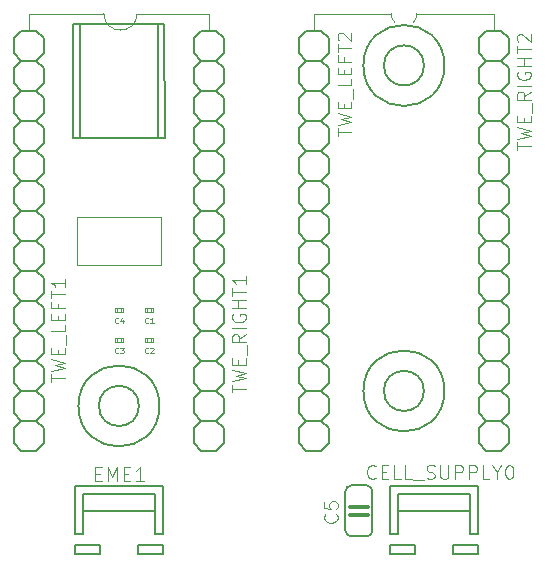
<source format=gbr>
%TF.GenerationSoftware,KiCad,Pcbnew,7.0.1*%
%TF.CreationDate,2023-09-17T13:04:26+09:00*%
%TF.ProjectId,remote emergency switch,72656d6f-7465-4206-956d-657267656e63,rev?*%
%TF.SameCoordinates,Original*%
%TF.FileFunction,Legend,Top*%
%TF.FilePolarity,Positive*%
%FSLAX46Y46*%
G04 Gerber Fmt 4.6, Leading zero omitted, Abs format (unit mm)*
G04 Created by KiCad (PCBNEW 7.0.1) date 2023-09-17 13:04:26*
%MOMM*%
%LPD*%
G01*
G04 APERTURE LIST*
%ADD10C,0.100000*%
%ADD11C,0.150000*%
%ADD12C,0.036800*%
%ADD13C,0.093472*%
%ADD14C,0.114300*%
%ADD15C,0.203200*%
%ADD16C,0.152400*%
%ADD17C,0.050000*%
%ADD18C,0.127000*%
%ADD19C,0.076200*%
%ADD20C,0.304800*%
G04 APERTURE END LIST*
D10*
X159020356Y-81300000D02*
G75*
G03*
X159342434Y-82077566I1099644J0D01*
G01*
X160880746Y-82070746D02*
G75*
G03*
X161200000Y-81300000I-770746J770746D01*
G01*
X128346100Y-82773600D02*
X128346100Y-81300000D01*
X134700000Y-81300000D02*
G75*
G03*
X137500000Y-81300000I1400000J0D01*
G01*
X143586100Y-81300000D02*
X137500000Y-81300000D01*
X167716100Y-82773600D02*
X167716100Y-81300000D01*
X152476100Y-82773600D02*
X152476100Y-81300000D01*
X128346100Y-81300000D02*
X134700000Y-81300000D01*
X152476100Y-81300000D02*
X159000000Y-81300000D01*
X143586100Y-82773600D02*
X143586100Y-81300000D01*
X167716100Y-81300000D02*
X161200000Y-81300000D01*
D11*
%TO.C,*%
D12*
%TO.C,C3*%
X135917571Y-110020270D02*
X135895514Y-110042328D01*
X135895514Y-110042328D02*
X135829342Y-110064385D01*
X135829342Y-110064385D02*
X135785228Y-110064385D01*
X135785228Y-110064385D02*
X135719057Y-110042328D01*
X135719057Y-110042328D02*
X135674942Y-109998213D01*
X135674942Y-109998213D02*
X135652885Y-109954099D01*
X135652885Y-109954099D02*
X135630828Y-109865870D01*
X135630828Y-109865870D02*
X135630828Y-109799699D01*
X135630828Y-109799699D02*
X135652885Y-109711470D01*
X135652885Y-109711470D02*
X135674942Y-109667356D01*
X135674942Y-109667356D02*
X135719057Y-109623242D01*
X135719057Y-109623242D02*
X135785228Y-109601185D01*
X135785228Y-109601185D02*
X135829342Y-109601185D01*
X135829342Y-109601185D02*
X135895514Y-109623242D01*
X135895514Y-109623242D02*
X135917571Y-109645299D01*
X136071971Y-109601185D02*
X136358714Y-109601185D01*
X136358714Y-109601185D02*
X136204314Y-109777642D01*
X136204314Y-109777642D02*
X136270485Y-109777642D01*
X136270485Y-109777642D02*
X136314600Y-109799699D01*
X136314600Y-109799699D02*
X136336657Y-109821756D01*
X136336657Y-109821756D02*
X136358714Y-109865870D01*
X136358714Y-109865870D02*
X136358714Y-109976156D01*
X136358714Y-109976156D02*
X136336657Y-110020270D01*
X136336657Y-110020270D02*
X136314600Y-110042328D01*
X136314600Y-110042328D02*
X136270485Y-110064385D01*
X136270485Y-110064385D02*
X136138142Y-110064385D01*
X136138142Y-110064385D02*
X136094028Y-110042328D01*
X136094028Y-110042328D02*
X136071971Y-110020270D01*
D13*
%TO.C,EME1*%
X133960125Y-120258008D02*
X134352301Y-120258008D01*
X134520377Y-120874285D02*
X133960125Y-120874285D01*
X133960125Y-120874285D02*
X133960125Y-119697757D01*
X133960125Y-119697757D02*
X134520377Y-119697757D01*
X135024603Y-120874285D02*
X135024603Y-119697757D01*
X135024603Y-119697757D02*
X135416779Y-120538134D01*
X135416779Y-120538134D02*
X135808955Y-119697757D01*
X135808955Y-119697757D02*
X135808955Y-120874285D01*
X136369206Y-120258008D02*
X136761382Y-120258008D01*
X136929458Y-120874285D02*
X136369206Y-120874285D01*
X136369206Y-120874285D02*
X136369206Y-119697757D01*
X136369206Y-119697757D02*
X136929458Y-119697757D01*
X138049961Y-120874285D02*
X137377659Y-120874285D01*
X137713810Y-120874285D02*
X137713810Y-119697757D01*
X137713810Y-119697757D02*
X137601760Y-119865832D01*
X137601760Y-119865832D02*
X137489709Y-119977882D01*
X137489709Y-119977882D02*
X137377659Y-120033908D01*
D14*
%TO.C,TWE_RIGHT2*%
X169678949Y-92871098D02*
X169678949Y-92210698D01*
X170834649Y-92540898D02*
X169678949Y-92540898D01*
X169678949Y-91935532D02*
X170834649Y-91660365D01*
X170834649Y-91660365D02*
X170009149Y-91440232D01*
X170009149Y-91440232D02*
X170834649Y-91220098D01*
X170834649Y-91220098D02*
X169678949Y-90944932D01*
X170229282Y-90504665D02*
X170229282Y-90119432D01*
X170834649Y-89954332D02*
X170834649Y-90504665D01*
X170834649Y-90504665D02*
X169678949Y-90504665D01*
X169678949Y-90504665D02*
X169678949Y-89954332D01*
X170944716Y-89734199D02*
X170944716Y-88853665D01*
X170834649Y-87918099D02*
X170284316Y-88303332D01*
X170834649Y-88578499D02*
X169678949Y-88578499D01*
X169678949Y-88578499D02*
X169678949Y-88138232D01*
X169678949Y-88138232D02*
X169733982Y-88028166D01*
X169733982Y-88028166D02*
X169789016Y-87973132D01*
X169789016Y-87973132D02*
X169899082Y-87918099D01*
X169899082Y-87918099D02*
X170064182Y-87918099D01*
X170064182Y-87918099D02*
X170174249Y-87973132D01*
X170174249Y-87973132D02*
X170229282Y-88028166D01*
X170229282Y-88028166D02*
X170284316Y-88138232D01*
X170284316Y-88138232D02*
X170284316Y-88578499D01*
X170834649Y-87422799D02*
X169678949Y-87422799D01*
X169733982Y-86267099D02*
X169678949Y-86377166D01*
X169678949Y-86377166D02*
X169678949Y-86542266D01*
X169678949Y-86542266D02*
X169733982Y-86707366D01*
X169733982Y-86707366D02*
X169844049Y-86817433D01*
X169844049Y-86817433D02*
X169954116Y-86872466D01*
X169954116Y-86872466D02*
X170174249Y-86927499D01*
X170174249Y-86927499D02*
X170339349Y-86927499D01*
X170339349Y-86927499D02*
X170559482Y-86872466D01*
X170559482Y-86872466D02*
X170669549Y-86817433D01*
X170669549Y-86817433D02*
X170779616Y-86707366D01*
X170779616Y-86707366D02*
X170834649Y-86542266D01*
X170834649Y-86542266D02*
X170834649Y-86432199D01*
X170834649Y-86432199D02*
X170779616Y-86267099D01*
X170779616Y-86267099D02*
X170724582Y-86212066D01*
X170724582Y-86212066D02*
X170339349Y-86212066D01*
X170339349Y-86212066D02*
X170339349Y-86432199D01*
X170834649Y-85716766D02*
X169678949Y-85716766D01*
X170229282Y-85716766D02*
X170229282Y-85056366D01*
X170834649Y-85056366D02*
X169678949Y-85056366D01*
X169678949Y-84671133D02*
X169678949Y-84010733D01*
X170834649Y-84340933D02*
X169678949Y-84340933D01*
X169789016Y-83680533D02*
X169733982Y-83625500D01*
X169733982Y-83625500D02*
X169678949Y-83515433D01*
X169678949Y-83515433D02*
X169678949Y-83240267D01*
X169678949Y-83240267D02*
X169733982Y-83130200D01*
X169733982Y-83130200D02*
X169789016Y-83075167D01*
X169789016Y-83075167D02*
X169899082Y-83020133D01*
X169899082Y-83020133D02*
X170009149Y-83020133D01*
X170009149Y-83020133D02*
X170174249Y-83075167D01*
X170174249Y-83075167D02*
X170834649Y-83735567D01*
X170834649Y-83735567D02*
X170834649Y-83020133D01*
D12*
%TO.C,C4*%
X135917571Y-107480270D02*
X135895514Y-107502328D01*
X135895514Y-107502328D02*
X135829342Y-107524385D01*
X135829342Y-107524385D02*
X135785228Y-107524385D01*
X135785228Y-107524385D02*
X135719057Y-107502328D01*
X135719057Y-107502328D02*
X135674942Y-107458213D01*
X135674942Y-107458213D02*
X135652885Y-107414099D01*
X135652885Y-107414099D02*
X135630828Y-107325870D01*
X135630828Y-107325870D02*
X135630828Y-107259699D01*
X135630828Y-107259699D02*
X135652885Y-107171470D01*
X135652885Y-107171470D02*
X135674942Y-107127356D01*
X135674942Y-107127356D02*
X135719057Y-107083242D01*
X135719057Y-107083242D02*
X135785228Y-107061185D01*
X135785228Y-107061185D02*
X135829342Y-107061185D01*
X135829342Y-107061185D02*
X135895514Y-107083242D01*
X135895514Y-107083242D02*
X135917571Y-107105299D01*
X136314600Y-107215585D02*
X136314600Y-107524385D01*
X136204314Y-107039128D02*
X136094028Y-107369985D01*
X136094028Y-107369985D02*
X136380771Y-107369985D01*
D13*
%TO.C,CELL_SUPPLY0*%
X157702427Y-120592234D02*
X157646402Y-120648260D01*
X157646402Y-120648260D02*
X157478326Y-120704285D01*
X157478326Y-120704285D02*
X157366276Y-120704285D01*
X157366276Y-120704285D02*
X157198201Y-120648260D01*
X157198201Y-120648260D02*
X157086150Y-120536209D01*
X157086150Y-120536209D02*
X157030125Y-120424159D01*
X157030125Y-120424159D02*
X156974100Y-120200058D01*
X156974100Y-120200058D02*
X156974100Y-120031983D01*
X156974100Y-120031983D02*
X157030125Y-119807882D01*
X157030125Y-119807882D02*
X157086150Y-119695832D01*
X157086150Y-119695832D02*
X157198201Y-119583782D01*
X157198201Y-119583782D02*
X157366276Y-119527757D01*
X157366276Y-119527757D02*
X157478326Y-119527757D01*
X157478326Y-119527757D02*
X157646402Y-119583782D01*
X157646402Y-119583782D02*
X157702427Y-119639807D01*
X158206653Y-120088008D02*
X158598829Y-120088008D01*
X158766905Y-120704285D02*
X158206653Y-120704285D01*
X158206653Y-120704285D02*
X158206653Y-119527757D01*
X158206653Y-119527757D02*
X158766905Y-119527757D01*
X159831383Y-120704285D02*
X159271131Y-120704285D01*
X159271131Y-120704285D02*
X159271131Y-119527757D01*
X160783810Y-120704285D02*
X160223558Y-120704285D01*
X160223558Y-120704285D02*
X160223558Y-119527757D01*
X160895860Y-120816335D02*
X161792262Y-120816335D01*
X162016362Y-120648260D02*
X162184438Y-120704285D01*
X162184438Y-120704285D02*
X162464563Y-120704285D01*
X162464563Y-120704285D02*
X162576614Y-120648260D01*
X162576614Y-120648260D02*
X162632639Y-120592234D01*
X162632639Y-120592234D02*
X162688664Y-120480184D01*
X162688664Y-120480184D02*
X162688664Y-120368134D01*
X162688664Y-120368134D02*
X162632639Y-120256084D01*
X162632639Y-120256084D02*
X162576614Y-120200058D01*
X162576614Y-120200058D02*
X162464563Y-120144033D01*
X162464563Y-120144033D02*
X162240463Y-120088008D01*
X162240463Y-120088008D02*
X162128412Y-120031983D01*
X162128412Y-120031983D02*
X162072387Y-119975958D01*
X162072387Y-119975958D02*
X162016362Y-119863908D01*
X162016362Y-119863908D02*
X162016362Y-119751857D01*
X162016362Y-119751857D02*
X162072387Y-119639807D01*
X162072387Y-119639807D02*
X162128412Y-119583782D01*
X162128412Y-119583782D02*
X162240463Y-119527757D01*
X162240463Y-119527757D02*
X162520588Y-119527757D01*
X162520588Y-119527757D02*
X162688664Y-119583782D01*
X163192890Y-119527757D02*
X163192890Y-120480184D01*
X163192890Y-120480184D02*
X163248915Y-120592234D01*
X163248915Y-120592234D02*
X163304941Y-120648260D01*
X163304941Y-120648260D02*
X163416991Y-120704285D01*
X163416991Y-120704285D02*
X163641091Y-120704285D01*
X163641091Y-120704285D02*
X163753142Y-120648260D01*
X163753142Y-120648260D02*
X163809167Y-120592234D01*
X163809167Y-120592234D02*
X163865192Y-120480184D01*
X163865192Y-120480184D02*
X163865192Y-119527757D01*
X164425443Y-120704285D02*
X164425443Y-119527757D01*
X164425443Y-119527757D02*
X164873644Y-119527757D01*
X164873644Y-119527757D02*
X164985695Y-119583782D01*
X164985695Y-119583782D02*
X165041720Y-119639807D01*
X165041720Y-119639807D02*
X165097745Y-119751857D01*
X165097745Y-119751857D02*
X165097745Y-119919933D01*
X165097745Y-119919933D02*
X165041720Y-120031983D01*
X165041720Y-120031983D02*
X164985695Y-120088008D01*
X164985695Y-120088008D02*
X164873644Y-120144033D01*
X164873644Y-120144033D02*
X164425443Y-120144033D01*
X165601971Y-120704285D02*
X165601971Y-119527757D01*
X165601971Y-119527757D02*
X166050172Y-119527757D01*
X166050172Y-119527757D02*
X166162223Y-119583782D01*
X166162223Y-119583782D02*
X166218248Y-119639807D01*
X166218248Y-119639807D02*
X166274273Y-119751857D01*
X166274273Y-119751857D02*
X166274273Y-119919933D01*
X166274273Y-119919933D02*
X166218248Y-120031983D01*
X166218248Y-120031983D02*
X166162223Y-120088008D01*
X166162223Y-120088008D02*
X166050172Y-120144033D01*
X166050172Y-120144033D02*
X165601971Y-120144033D01*
X167338751Y-120704285D02*
X166778499Y-120704285D01*
X166778499Y-120704285D02*
X166778499Y-119527757D01*
X167955027Y-120144033D02*
X167955027Y-120704285D01*
X167562851Y-119527757D02*
X167955027Y-120144033D01*
X167955027Y-120144033D02*
X168347203Y-119527757D01*
X168963480Y-119527757D02*
X169075530Y-119527757D01*
X169075530Y-119527757D02*
X169187580Y-119583782D01*
X169187580Y-119583782D02*
X169243606Y-119639807D01*
X169243606Y-119639807D02*
X169299631Y-119751857D01*
X169299631Y-119751857D02*
X169355656Y-119975958D01*
X169355656Y-119975958D02*
X169355656Y-120256084D01*
X169355656Y-120256084D02*
X169299631Y-120480184D01*
X169299631Y-120480184D02*
X169243606Y-120592234D01*
X169243606Y-120592234D02*
X169187580Y-120648260D01*
X169187580Y-120648260D02*
X169075530Y-120704285D01*
X169075530Y-120704285D02*
X168963480Y-120704285D01*
X168963480Y-120704285D02*
X168851430Y-120648260D01*
X168851430Y-120648260D02*
X168795404Y-120592234D01*
X168795404Y-120592234D02*
X168739379Y-120480184D01*
X168739379Y-120480184D02*
X168683354Y-120256084D01*
X168683354Y-120256084D02*
X168683354Y-119975958D01*
X168683354Y-119975958D02*
X168739379Y-119751857D01*
X168739379Y-119751857D02*
X168795404Y-119639807D01*
X168795404Y-119639807D02*
X168851430Y-119583782D01*
X168851430Y-119583782D02*
X168963480Y-119527757D01*
D14*
%TO.C,TWE_LEFT2*%
X154478949Y-91670432D02*
X154478949Y-91010032D01*
X155634649Y-91340232D02*
X154478949Y-91340232D01*
X154478949Y-90734866D02*
X155634649Y-90459699D01*
X155634649Y-90459699D02*
X154809149Y-90239566D01*
X154809149Y-90239566D02*
X155634649Y-90019432D01*
X155634649Y-90019432D02*
X154478949Y-89744266D01*
X155029282Y-89303999D02*
X155029282Y-88918766D01*
X155634649Y-88753666D02*
X155634649Y-89303999D01*
X155634649Y-89303999D02*
X154478949Y-89303999D01*
X154478949Y-89303999D02*
X154478949Y-88753666D01*
X155744716Y-88533533D02*
X155744716Y-87652999D01*
X155634649Y-86827500D02*
X155634649Y-87377833D01*
X155634649Y-87377833D02*
X154478949Y-87377833D01*
X155029282Y-86442266D02*
X155029282Y-86057033D01*
X155634649Y-85891933D02*
X155634649Y-86442266D01*
X155634649Y-86442266D02*
X154478949Y-86442266D01*
X154478949Y-86442266D02*
X154478949Y-85891933D01*
X155029282Y-85011400D02*
X155029282Y-85396633D01*
X155634649Y-85396633D02*
X154478949Y-85396633D01*
X154478949Y-85396633D02*
X154478949Y-84846300D01*
X154478949Y-84571133D02*
X154478949Y-83910733D01*
X155634649Y-84240933D02*
X154478949Y-84240933D01*
X154589016Y-83580533D02*
X154533982Y-83525500D01*
X154533982Y-83525500D02*
X154478949Y-83415433D01*
X154478949Y-83415433D02*
X154478949Y-83140267D01*
X154478949Y-83140267D02*
X154533982Y-83030200D01*
X154533982Y-83030200D02*
X154589016Y-82975167D01*
X154589016Y-82975167D02*
X154699082Y-82920133D01*
X154699082Y-82920133D02*
X154809149Y-82920133D01*
X154809149Y-82920133D02*
X154974249Y-82975167D01*
X154974249Y-82975167D02*
X155634649Y-83635567D01*
X155634649Y-83635567D02*
X155634649Y-82920133D01*
D11*
%TO.C,*%
D14*
%TO.C,TWE_RIGHT1*%
X145538949Y-113381098D02*
X145538949Y-112720698D01*
X146694649Y-113050898D02*
X145538949Y-113050898D01*
X145538949Y-112445532D02*
X146694649Y-112170365D01*
X146694649Y-112170365D02*
X145869149Y-111950232D01*
X145869149Y-111950232D02*
X146694649Y-111730098D01*
X146694649Y-111730098D02*
X145538949Y-111454932D01*
X146089282Y-111014665D02*
X146089282Y-110629432D01*
X146694649Y-110464332D02*
X146694649Y-111014665D01*
X146694649Y-111014665D02*
X145538949Y-111014665D01*
X145538949Y-111014665D02*
X145538949Y-110464332D01*
X146804716Y-110244199D02*
X146804716Y-109363665D01*
X146694649Y-108428099D02*
X146144316Y-108813332D01*
X146694649Y-109088499D02*
X145538949Y-109088499D01*
X145538949Y-109088499D02*
X145538949Y-108648232D01*
X145538949Y-108648232D02*
X145593982Y-108538166D01*
X145593982Y-108538166D02*
X145649016Y-108483132D01*
X145649016Y-108483132D02*
X145759082Y-108428099D01*
X145759082Y-108428099D02*
X145924182Y-108428099D01*
X145924182Y-108428099D02*
X146034249Y-108483132D01*
X146034249Y-108483132D02*
X146089282Y-108538166D01*
X146089282Y-108538166D02*
X146144316Y-108648232D01*
X146144316Y-108648232D02*
X146144316Y-109088499D01*
X146694649Y-107932799D02*
X145538949Y-107932799D01*
X145593982Y-106777099D02*
X145538949Y-106887166D01*
X145538949Y-106887166D02*
X145538949Y-107052266D01*
X145538949Y-107052266D02*
X145593982Y-107217366D01*
X145593982Y-107217366D02*
X145704049Y-107327433D01*
X145704049Y-107327433D02*
X145814116Y-107382466D01*
X145814116Y-107382466D02*
X146034249Y-107437499D01*
X146034249Y-107437499D02*
X146199349Y-107437499D01*
X146199349Y-107437499D02*
X146419482Y-107382466D01*
X146419482Y-107382466D02*
X146529549Y-107327433D01*
X146529549Y-107327433D02*
X146639616Y-107217366D01*
X146639616Y-107217366D02*
X146694649Y-107052266D01*
X146694649Y-107052266D02*
X146694649Y-106942199D01*
X146694649Y-106942199D02*
X146639616Y-106777099D01*
X146639616Y-106777099D02*
X146584582Y-106722066D01*
X146584582Y-106722066D02*
X146199349Y-106722066D01*
X146199349Y-106722066D02*
X146199349Y-106942199D01*
X146694649Y-106226766D02*
X145538949Y-106226766D01*
X146089282Y-106226766D02*
X146089282Y-105566366D01*
X146694649Y-105566366D02*
X145538949Y-105566366D01*
X145538949Y-105181133D02*
X145538949Y-104520733D01*
X146694649Y-104850933D02*
X145538949Y-104850933D01*
X146694649Y-103530133D02*
X146694649Y-104190533D01*
X146694649Y-103860333D02*
X145538949Y-103860333D01*
X145538949Y-103860333D02*
X145704049Y-103970400D01*
X145704049Y-103970400D02*
X145814116Y-104080467D01*
X145814116Y-104080467D02*
X145869149Y-104190533D01*
D12*
%TO.C,C1*%
X138457571Y-107480270D02*
X138435514Y-107502328D01*
X138435514Y-107502328D02*
X138369342Y-107524385D01*
X138369342Y-107524385D02*
X138325228Y-107524385D01*
X138325228Y-107524385D02*
X138259057Y-107502328D01*
X138259057Y-107502328D02*
X138214942Y-107458213D01*
X138214942Y-107458213D02*
X138192885Y-107414099D01*
X138192885Y-107414099D02*
X138170828Y-107325870D01*
X138170828Y-107325870D02*
X138170828Y-107259699D01*
X138170828Y-107259699D02*
X138192885Y-107171470D01*
X138192885Y-107171470D02*
X138214942Y-107127356D01*
X138214942Y-107127356D02*
X138259057Y-107083242D01*
X138259057Y-107083242D02*
X138325228Y-107061185D01*
X138325228Y-107061185D02*
X138369342Y-107061185D01*
X138369342Y-107061185D02*
X138435514Y-107083242D01*
X138435514Y-107083242D02*
X138457571Y-107105299D01*
X138898714Y-107524385D02*
X138634028Y-107524385D01*
X138766371Y-107524385D02*
X138766371Y-107061185D01*
X138766371Y-107061185D02*
X138722257Y-107127356D01*
X138722257Y-107127356D02*
X138678142Y-107171470D01*
X138678142Y-107171470D02*
X138634028Y-107193528D01*
D14*
%TO.C,C5*%
X154384582Y-123690800D02*
X154439616Y-123745833D01*
X154439616Y-123745833D02*
X154494649Y-123910933D01*
X154494649Y-123910933D02*
X154494649Y-124021000D01*
X154494649Y-124021000D02*
X154439616Y-124186100D01*
X154439616Y-124186100D02*
X154329549Y-124296167D01*
X154329549Y-124296167D02*
X154219482Y-124351200D01*
X154219482Y-124351200D02*
X153999349Y-124406233D01*
X153999349Y-124406233D02*
X153834249Y-124406233D01*
X153834249Y-124406233D02*
X153614116Y-124351200D01*
X153614116Y-124351200D02*
X153504049Y-124296167D01*
X153504049Y-124296167D02*
X153393982Y-124186100D01*
X153393982Y-124186100D02*
X153338949Y-124021000D01*
X153338949Y-124021000D02*
X153338949Y-123910933D01*
X153338949Y-123910933D02*
X153393982Y-123745833D01*
X153393982Y-123745833D02*
X153449016Y-123690800D01*
X153338949Y-122645167D02*
X153338949Y-123195500D01*
X153338949Y-123195500D02*
X153889282Y-123250533D01*
X153889282Y-123250533D02*
X153834249Y-123195500D01*
X153834249Y-123195500D02*
X153779216Y-123085433D01*
X153779216Y-123085433D02*
X153779216Y-122810267D01*
X153779216Y-122810267D02*
X153834249Y-122700200D01*
X153834249Y-122700200D02*
X153889282Y-122645167D01*
X153889282Y-122645167D02*
X153999349Y-122590133D01*
X153999349Y-122590133D02*
X154274516Y-122590133D01*
X154274516Y-122590133D02*
X154384582Y-122645167D01*
X154384582Y-122645167D02*
X154439616Y-122700200D01*
X154439616Y-122700200D02*
X154494649Y-122810267D01*
X154494649Y-122810267D02*
X154494649Y-123085433D01*
X154494649Y-123085433D02*
X154439616Y-123195500D01*
X154439616Y-123195500D02*
X154384582Y-123250533D01*
%TO.C,TWE_LEFT1*%
X130248949Y-112510432D02*
X130248949Y-111850032D01*
X131404649Y-112180232D02*
X130248949Y-112180232D01*
X130248949Y-111574866D02*
X131404649Y-111299699D01*
X131404649Y-111299699D02*
X130579149Y-111079566D01*
X130579149Y-111079566D02*
X131404649Y-110859432D01*
X131404649Y-110859432D02*
X130248949Y-110584266D01*
X130799282Y-110143999D02*
X130799282Y-109758766D01*
X131404649Y-109593666D02*
X131404649Y-110143999D01*
X131404649Y-110143999D02*
X130248949Y-110143999D01*
X130248949Y-110143999D02*
X130248949Y-109593666D01*
X131514716Y-109373533D02*
X131514716Y-108492999D01*
X131404649Y-107667500D02*
X131404649Y-108217833D01*
X131404649Y-108217833D02*
X130248949Y-108217833D01*
X130799282Y-107282266D02*
X130799282Y-106897033D01*
X131404649Y-106731933D02*
X131404649Y-107282266D01*
X131404649Y-107282266D02*
X130248949Y-107282266D01*
X130248949Y-107282266D02*
X130248949Y-106731933D01*
X130799282Y-105851400D02*
X130799282Y-106236633D01*
X131404649Y-106236633D02*
X130248949Y-106236633D01*
X130248949Y-106236633D02*
X130248949Y-105686300D01*
X130248949Y-105411133D02*
X130248949Y-104750733D01*
X131404649Y-105080933D02*
X130248949Y-105080933D01*
X131404649Y-103760133D02*
X131404649Y-104420533D01*
X131404649Y-104090333D02*
X130248949Y-104090333D01*
X130248949Y-104090333D02*
X130414049Y-104200400D01*
X130414049Y-104200400D02*
X130524116Y-104310467D01*
X130524116Y-104310467D02*
X130579149Y-104420533D01*
D12*
%TO.C,C2*%
X138457571Y-110020270D02*
X138435514Y-110042328D01*
X138435514Y-110042328D02*
X138369342Y-110064385D01*
X138369342Y-110064385D02*
X138325228Y-110064385D01*
X138325228Y-110064385D02*
X138259057Y-110042328D01*
X138259057Y-110042328D02*
X138214942Y-109998213D01*
X138214942Y-109998213D02*
X138192885Y-109954099D01*
X138192885Y-109954099D02*
X138170828Y-109865870D01*
X138170828Y-109865870D02*
X138170828Y-109799699D01*
X138170828Y-109799699D02*
X138192885Y-109711470D01*
X138192885Y-109711470D02*
X138214942Y-109667356D01*
X138214942Y-109667356D02*
X138259057Y-109623242D01*
X138259057Y-109623242D02*
X138325228Y-109601185D01*
X138325228Y-109601185D02*
X138369342Y-109601185D01*
X138369342Y-109601185D02*
X138435514Y-109623242D01*
X138435514Y-109623242D02*
X138457571Y-109645299D01*
X138634028Y-109645299D02*
X138656085Y-109623242D01*
X138656085Y-109623242D02*
X138700200Y-109601185D01*
X138700200Y-109601185D02*
X138810485Y-109601185D01*
X138810485Y-109601185D02*
X138854600Y-109623242D01*
X138854600Y-109623242D02*
X138876657Y-109645299D01*
X138876657Y-109645299D02*
X138898714Y-109689413D01*
X138898714Y-109689413D02*
X138898714Y-109733528D01*
X138898714Y-109733528D02*
X138876657Y-109799699D01*
X138876657Y-109799699D02*
X138611971Y-110064385D01*
X138611971Y-110064385D02*
X138898714Y-110064385D01*
D15*
%TO.C,H3*%
X137666100Y-114523600D02*
G75*
G03*
X137666100Y-114523600I-1700000J0D01*
G01*
D16*
X139395100Y-114523600D02*
G75*
G03*
X139395100Y-114523600I-3429000J0D01*
G01*
D17*
%TO.C,C3*%
X135651100Y-108770600D02*
X135651100Y-109100600D01*
X135651100Y-109100600D02*
X135801100Y-109100600D01*
X135801100Y-108770600D02*
X135651100Y-108770600D01*
X135801100Y-108770600D02*
X135801100Y-109100600D01*
X135801100Y-109100600D02*
X136131100Y-109100600D01*
X136131100Y-108770600D02*
X135801100Y-108770600D01*
X136131100Y-109100600D02*
X136131100Y-108770600D01*
X136131100Y-109100600D02*
X136281100Y-109100600D01*
X136281100Y-108770600D02*
X136131100Y-108770600D01*
X136281100Y-109100600D02*
X136281100Y-108770600D01*
D18*
%TO.C,EME1*%
X132246100Y-121283600D02*
X139686100Y-121283600D01*
X132246100Y-125333600D02*
X132246100Y-121283600D01*
X132246100Y-125333600D02*
X132946100Y-125333600D01*
X132246100Y-127033600D02*
X132246100Y-126333600D01*
X132946100Y-121983600D02*
X138986100Y-121983600D01*
X132946100Y-123413600D02*
X132946100Y-121983600D01*
X132946100Y-123413600D02*
X138986100Y-123413600D01*
X132946100Y-125333600D02*
X132946100Y-123413600D01*
X134386100Y-126333600D02*
X132246100Y-126333600D01*
X134386100Y-126333600D02*
X134386100Y-127033600D01*
X134386100Y-127033600D02*
X132246100Y-127033600D01*
X137546100Y-126333600D02*
X137546100Y-127033600D01*
X137546100Y-126333600D02*
X139686100Y-126333600D01*
X137546100Y-127033600D02*
X139686100Y-127033600D01*
X138986100Y-121983600D02*
X138986100Y-123413600D01*
X138986100Y-123413600D02*
X138986100Y-125333600D01*
X138986100Y-125333600D02*
X139686100Y-125333600D01*
X139686100Y-121283600D02*
X139686100Y-125333600D01*
X139686100Y-127033600D02*
X139686100Y-126333600D01*
D16*
%TO.C,TWE_RIGHT2*%
X168351100Y-82773600D02*
X167081100Y-82773600D01*
X167081100Y-82773600D02*
X166446100Y-83408600D01*
X168986100Y-83408600D02*
X168351100Y-82773600D01*
X168986100Y-83408600D02*
X168986100Y-84678600D01*
X168986100Y-84678600D02*
X168351100Y-85313600D01*
X166446100Y-84678600D02*
X166446100Y-83408600D01*
X168351100Y-85313600D02*
X167081100Y-85313600D01*
X168351100Y-85313600D02*
X168986100Y-85948600D01*
X167081100Y-85313600D02*
X166446100Y-84678600D01*
X168986100Y-85948600D02*
X168986100Y-87218600D01*
X166446100Y-85948600D02*
X167081100Y-85313600D01*
X168986100Y-87218600D02*
X168351100Y-87853600D01*
X166446100Y-87218600D02*
X166446100Y-85948600D01*
X168351100Y-87853600D02*
X167081100Y-87853600D01*
X168351100Y-87853600D02*
X168986100Y-88488600D01*
X167081100Y-87853600D02*
X166446100Y-87218600D01*
X168986100Y-88488600D02*
X168986100Y-89758600D01*
X166446100Y-88488600D02*
X167081100Y-87853600D01*
X168986100Y-89758600D02*
X168351100Y-90393600D01*
X166446100Y-89758600D02*
X166446100Y-88488600D01*
X168351100Y-90393600D02*
X167081100Y-90393600D01*
X167081100Y-90393600D02*
X166446100Y-89758600D01*
X167081100Y-90393600D02*
X166446100Y-91028600D01*
X168986100Y-91028600D02*
X168351100Y-90393600D01*
X168986100Y-91028600D02*
X168986100Y-92298600D01*
X168986100Y-92298600D02*
X168351100Y-92933600D01*
X166446100Y-92298600D02*
X166446100Y-91028600D01*
X168351100Y-92933600D02*
X167081100Y-92933600D01*
X168351100Y-92933600D02*
X168986100Y-93568600D01*
X167081100Y-92933600D02*
X166446100Y-92298600D01*
X168986100Y-93568600D02*
X168986100Y-94838600D01*
X166446100Y-93568600D02*
X167081100Y-92933600D01*
X168986100Y-94838600D02*
X168351100Y-95473600D01*
X166446100Y-94838600D02*
X166446100Y-93568600D01*
X168351100Y-95473600D02*
X167081100Y-95473600D01*
X168351100Y-95473600D02*
X168986100Y-96108600D01*
X167081100Y-95473600D02*
X166446100Y-94838600D01*
X168986100Y-96108600D02*
X168986100Y-97378600D01*
X166446100Y-96108600D02*
X167081100Y-95473600D01*
X168986100Y-97378600D02*
X168351100Y-98013600D01*
X166446100Y-97378600D02*
X166446100Y-96108600D01*
X168351100Y-98013600D02*
X167081100Y-98013600D01*
X167081100Y-98013600D02*
X166446100Y-97378600D01*
X167081100Y-98013600D02*
X166446100Y-98648600D01*
X168986100Y-98648600D02*
X168351100Y-98013600D01*
X168986100Y-98648600D02*
X168986100Y-99918600D01*
X168986100Y-99918600D02*
X168351100Y-100553600D01*
X166446100Y-99918600D02*
X166446100Y-98648600D01*
X168351100Y-100553600D02*
X167081100Y-100553600D01*
X168351100Y-100553600D02*
X168986100Y-101188600D01*
X167081100Y-100553600D02*
X166446100Y-99918600D01*
X168986100Y-101188600D02*
X168986100Y-102458600D01*
X166446100Y-101188600D02*
X167081100Y-100553600D01*
X168986100Y-102458600D02*
X168351100Y-103093600D01*
X166446100Y-102458600D02*
X166446100Y-101188600D01*
X168351100Y-103093600D02*
X167081100Y-103093600D01*
X168351100Y-103093600D02*
X168986100Y-103728600D01*
X167081100Y-103093600D02*
X166446100Y-102458600D01*
X168986100Y-103728600D02*
X168986100Y-104998600D01*
X166446100Y-103728600D02*
X167081100Y-103093600D01*
X168986100Y-104998600D02*
X168351100Y-105633600D01*
X166446100Y-104998600D02*
X166446100Y-103728600D01*
X168351100Y-105633600D02*
X167081100Y-105633600D01*
X167081100Y-105633600D02*
X166446100Y-104998600D01*
X167081100Y-105633600D02*
X166446100Y-106268600D01*
X168986100Y-106268600D02*
X168351100Y-105633600D01*
X168986100Y-106268600D02*
X168986100Y-107538600D01*
X168986100Y-107538600D02*
X168351100Y-108173600D01*
X166446100Y-107538600D02*
X166446100Y-106268600D01*
X168351100Y-108173600D02*
X167081100Y-108173600D01*
X168351100Y-108173600D02*
X168986100Y-108808600D01*
X167081100Y-108173600D02*
X166446100Y-107538600D01*
X168986100Y-108808600D02*
X168986100Y-110078600D01*
X166446100Y-108808600D02*
X167081100Y-108173600D01*
X168986100Y-110078600D02*
X168351100Y-110713600D01*
X166446100Y-110078600D02*
X166446100Y-108808600D01*
X168351100Y-110713600D02*
X167081100Y-110713600D01*
X168351100Y-110713600D02*
X168986100Y-111348600D01*
X167081100Y-110713600D02*
X166446100Y-110078600D01*
X168986100Y-111348600D02*
X168986100Y-112618600D01*
X166446100Y-111348600D02*
X167081100Y-110713600D01*
X168986100Y-112618600D02*
X168351100Y-113253600D01*
X166446100Y-112618600D02*
X166446100Y-111348600D01*
X168351100Y-113253600D02*
X167081100Y-113253600D01*
X167081100Y-113253600D02*
X166446100Y-112618600D01*
X167081100Y-113253600D02*
X166446100Y-113888600D01*
X168986100Y-113888600D02*
X168351100Y-113253600D01*
X168986100Y-113888600D02*
X168986100Y-115158600D01*
X168986100Y-115158600D02*
X168351100Y-115793600D01*
X166446100Y-115158600D02*
X166446100Y-113888600D01*
X168351100Y-115793600D02*
X167081100Y-115793600D01*
X168351100Y-115793600D02*
X168986100Y-116428600D01*
X167081100Y-115793600D02*
X166446100Y-115158600D01*
X168986100Y-116428600D02*
X168986100Y-117698600D01*
X166446100Y-116428600D02*
X167081100Y-115793600D01*
X168986100Y-117698600D02*
X168351100Y-118333600D01*
X166446100Y-117698600D02*
X166446100Y-116428600D01*
X168351100Y-118333600D02*
X167081100Y-118333600D01*
X167081100Y-118333600D02*
X166446100Y-117698600D01*
D19*
%TO.C,REGYURETA0*%
X132391100Y-98553600D02*
X139541100Y-98553600D01*
X132391100Y-102553600D02*
X132391100Y-98553600D01*
X139541100Y-98553600D02*
X139541100Y-102553600D01*
X139541100Y-102553600D02*
X132391100Y-102553600D01*
D17*
%TO.C,C4*%
X135651100Y-106230600D02*
X135651100Y-106560600D01*
X135651100Y-106560600D02*
X135801100Y-106560600D01*
X135801100Y-106230600D02*
X135651100Y-106230600D01*
X135801100Y-106230600D02*
X135801100Y-106560600D01*
X135801100Y-106560600D02*
X136131100Y-106560600D01*
X136131100Y-106230600D02*
X135801100Y-106230600D01*
X136131100Y-106560600D02*
X136131100Y-106230600D01*
X136131100Y-106560600D02*
X136281100Y-106560600D01*
X136281100Y-106230600D02*
X136131100Y-106230600D01*
X136281100Y-106560600D02*
X136281100Y-106230600D01*
D18*
%TO.C,CELL_SUPPLY0*%
X158916100Y-121283600D02*
X166356100Y-121283600D01*
X158916100Y-125333600D02*
X158916100Y-121283600D01*
X158916100Y-125333600D02*
X159616100Y-125333600D01*
X158916100Y-127033600D02*
X158916100Y-126333600D01*
X159616100Y-121983600D02*
X165656100Y-121983600D01*
X159616100Y-123413600D02*
X159616100Y-121983600D01*
X159616100Y-123413600D02*
X165656100Y-123413600D01*
X159616100Y-125333600D02*
X159616100Y-123413600D01*
X161056100Y-126333600D02*
X158916100Y-126333600D01*
X161056100Y-126333600D02*
X161056100Y-127033600D01*
X161056100Y-127033600D02*
X158916100Y-127033600D01*
X164216100Y-126333600D02*
X164216100Y-127033600D01*
X164216100Y-126333600D02*
X166356100Y-126333600D01*
X164216100Y-127033600D02*
X166356100Y-127033600D01*
X165656100Y-121983600D02*
X165656100Y-123413600D01*
X165656100Y-123413600D02*
X165656100Y-125333600D01*
X165656100Y-125333600D02*
X166356100Y-125333600D01*
X166356100Y-121283600D02*
X166356100Y-125333600D01*
X166356100Y-127033600D02*
X166356100Y-126333600D01*
D16*
%TO.C,TWE_LEFT2*%
X153111100Y-82773600D02*
X151841100Y-82773600D01*
X151841100Y-82773600D02*
X151206100Y-83408600D01*
X153746100Y-83408600D02*
X153111100Y-82773600D01*
X153746100Y-83408600D02*
X153746100Y-84678600D01*
X153746100Y-84678600D02*
X153111100Y-85313600D01*
X151206100Y-84678600D02*
X151206100Y-83408600D01*
X153111100Y-85313600D02*
X151841100Y-85313600D01*
X153111100Y-85313600D02*
X153746100Y-85948600D01*
X151841100Y-85313600D02*
X151206100Y-84678600D01*
X153746100Y-85948600D02*
X153746100Y-87218600D01*
X151206100Y-85948600D02*
X151841100Y-85313600D01*
X153746100Y-87218600D02*
X153111100Y-87853600D01*
X151206100Y-87218600D02*
X151206100Y-85948600D01*
X153111100Y-87853600D02*
X151841100Y-87853600D01*
X153111100Y-87853600D02*
X153746100Y-88488600D01*
X151841100Y-87853600D02*
X151206100Y-87218600D01*
X153746100Y-88488600D02*
X153746100Y-89758600D01*
X151206100Y-88488600D02*
X151841100Y-87853600D01*
X153746100Y-89758600D02*
X153111100Y-90393600D01*
X151206100Y-89758600D02*
X151206100Y-88488600D01*
X153111100Y-90393600D02*
X151841100Y-90393600D01*
X151841100Y-90393600D02*
X151206100Y-89758600D01*
X151841100Y-90393600D02*
X151206100Y-91028600D01*
X153746100Y-91028600D02*
X153111100Y-90393600D01*
X153746100Y-91028600D02*
X153746100Y-92298600D01*
X153746100Y-92298600D02*
X153111100Y-92933600D01*
X151206100Y-92298600D02*
X151206100Y-91028600D01*
X153111100Y-92933600D02*
X151841100Y-92933600D01*
X153111100Y-92933600D02*
X153746100Y-93568600D01*
X151841100Y-92933600D02*
X151206100Y-92298600D01*
X153746100Y-93568600D02*
X153746100Y-94838600D01*
X151206100Y-93568600D02*
X151841100Y-92933600D01*
X153746100Y-94838600D02*
X153111100Y-95473600D01*
X151206100Y-94838600D02*
X151206100Y-93568600D01*
X153111100Y-95473600D02*
X151841100Y-95473600D01*
X153111100Y-95473600D02*
X153746100Y-96108600D01*
X151841100Y-95473600D02*
X151206100Y-94838600D01*
X153746100Y-96108600D02*
X153746100Y-97378600D01*
X151206100Y-96108600D02*
X151841100Y-95473600D01*
X153746100Y-97378600D02*
X153111100Y-98013600D01*
X151206100Y-97378600D02*
X151206100Y-96108600D01*
X153111100Y-98013600D02*
X151841100Y-98013600D01*
X151841100Y-98013600D02*
X151206100Y-97378600D01*
X151841100Y-98013600D02*
X151206100Y-98648600D01*
X153746100Y-98648600D02*
X153111100Y-98013600D01*
X153746100Y-98648600D02*
X153746100Y-99918600D01*
X153746100Y-99918600D02*
X153111100Y-100553600D01*
X151206100Y-99918600D02*
X151206100Y-98648600D01*
X153111100Y-100553600D02*
X151841100Y-100553600D01*
X153111100Y-100553600D02*
X153746100Y-101188600D01*
X151841100Y-100553600D02*
X151206100Y-99918600D01*
X153746100Y-101188600D02*
X153746100Y-102458600D01*
X151206100Y-101188600D02*
X151841100Y-100553600D01*
X153746100Y-102458600D02*
X153111100Y-103093600D01*
X151206100Y-102458600D02*
X151206100Y-101188600D01*
X153111100Y-103093600D02*
X151841100Y-103093600D01*
X153111100Y-103093600D02*
X153746100Y-103728600D01*
X151841100Y-103093600D02*
X151206100Y-102458600D01*
X153746100Y-103728600D02*
X153746100Y-104998600D01*
X151206100Y-103728600D02*
X151841100Y-103093600D01*
X153746100Y-104998600D02*
X153111100Y-105633600D01*
X151206100Y-104998600D02*
X151206100Y-103728600D01*
X153111100Y-105633600D02*
X151841100Y-105633600D01*
X151841100Y-105633600D02*
X151206100Y-104998600D01*
X151841100Y-105633600D02*
X151206100Y-106268600D01*
X153746100Y-106268600D02*
X153111100Y-105633600D01*
X153746100Y-106268600D02*
X153746100Y-107538600D01*
X153746100Y-107538600D02*
X153111100Y-108173600D01*
X151206100Y-107538600D02*
X151206100Y-106268600D01*
X153111100Y-108173600D02*
X151841100Y-108173600D01*
X153111100Y-108173600D02*
X153746100Y-108808600D01*
X151841100Y-108173600D02*
X151206100Y-107538600D01*
X153746100Y-108808600D02*
X153746100Y-110078600D01*
X151206100Y-108808600D02*
X151841100Y-108173600D01*
X153746100Y-110078600D02*
X153111100Y-110713600D01*
X151206100Y-110078600D02*
X151206100Y-108808600D01*
X153111100Y-110713600D02*
X151841100Y-110713600D01*
X153111100Y-110713600D02*
X153746100Y-111348600D01*
X151841100Y-110713600D02*
X151206100Y-110078600D01*
X153746100Y-111348600D02*
X153746100Y-112618600D01*
X151206100Y-111348600D02*
X151841100Y-110713600D01*
X153746100Y-112618600D02*
X153111100Y-113253600D01*
X151206100Y-112618600D02*
X151206100Y-111348600D01*
X153111100Y-113253600D02*
X151841100Y-113253600D01*
X151841100Y-113253600D02*
X151206100Y-112618600D01*
X151841100Y-113253600D02*
X151206100Y-113888600D01*
X153746100Y-113888600D02*
X153111100Y-113253600D01*
X153746100Y-113888600D02*
X153746100Y-115158600D01*
X153746100Y-115158600D02*
X153111100Y-115793600D01*
X151206100Y-115158600D02*
X151206100Y-113888600D01*
X153111100Y-115793600D02*
X151841100Y-115793600D01*
X153111100Y-115793600D02*
X153746100Y-116428600D01*
X151841100Y-115793600D02*
X151206100Y-115158600D01*
X153746100Y-116428600D02*
X153746100Y-117698600D01*
X151206100Y-116428600D02*
X151841100Y-115793600D01*
X153746100Y-117698600D02*
X153111100Y-118333600D01*
X151206100Y-117698600D02*
X151206100Y-116428600D01*
X153111100Y-118333600D02*
X151841100Y-118333600D01*
X151841100Y-118333600D02*
X151206100Y-117698600D01*
D15*
%TO.C,H2*%
X161796100Y-113253600D02*
G75*
G03*
X161796100Y-113253600I-1700000J0D01*
G01*
D16*
X163525100Y-113253600D02*
G75*
G03*
X163525100Y-113253600I-3429000J0D01*
G01*
D15*
%TO.C,H1*%
X161796100Y-85694600D02*
G75*
G03*
X161796100Y-85694600I-1700000J0D01*
G01*
D16*
X163525100Y-85694600D02*
G75*
G03*
X163525100Y-85694600I-3429000J0D01*
G01*
%TO.C,TWE_RIGHT1*%
X144221100Y-82773600D02*
X142951100Y-82773600D01*
X142951100Y-82773600D02*
X142316100Y-83408600D01*
X144856100Y-83408600D02*
X144221100Y-82773600D01*
X144856100Y-83408600D02*
X144856100Y-84678600D01*
X144856100Y-84678600D02*
X144221100Y-85313600D01*
X142316100Y-84678600D02*
X142316100Y-83408600D01*
X144221100Y-85313600D02*
X142951100Y-85313600D01*
X144221100Y-85313600D02*
X144856100Y-85948600D01*
X142951100Y-85313600D02*
X142316100Y-84678600D01*
X144856100Y-85948600D02*
X144856100Y-87218600D01*
X142316100Y-85948600D02*
X142951100Y-85313600D01*
X144856100Y-87218600D02*
X144221100Y-87853600D01*
X142316100Y-87218600D02*
X142316100Y-85948600D01*
X144221100Y-87853600D02*
X142951100Y-87853600D01*
X144221100Y-87853600D02*
X144856100Y-88488600D01*
X142951100Y-87853600D02*
X142316100Y-87218600D01*
X144856100Y-88488600D02*
X144856100Y-89758600D01*
X142316100Y-88488600D02*
X142951100Y-87853600D01*
X144856100Y-89758600D02*
X144221100Y-90393600D01*
X142316100Y-89758600D02*
X142316100Y-88488600D01*
X144221100Y-90393600D02*
X142951100Y-90393600D01*
X142951100Y-90393600D02*
X142316100Y-89758600D01*
X142951100Y-90393600D02*
X142316100Y-91028600D01*
X144856100Y-91028600D02*
X144221100Y-90393600D01*
X144856100Y-91028600D02*
X144856100Y-92298600D01*
X144856100Y-92298600D02*
X144221100Y-92933600D01*
X142316100Y-92298600D02*
X142316100Y-91028600D01*
X144221100Y-92933600D02*
X142951100Y-92933600D01*
X144221100Y-92933600D02*
X144856100Y-93568600D01*
X142951100Y-92933600D02*
X142316100Y-92298600D01*
X144856100Y-93568600D02*
X144856100Y-94838600D01*
X142316100Y-93568600D02*
X142951100Y-92933600D01*
X144856100Y-94838600D02*
X144221100Y-95473600D01*
X142316100Y-94838600D02*
X142316100Y-93568600D01*
X144221100Y-95473600D02*
X142951100Y-95473600D01*
X144221100Y-95473600D02*
X144856100Y-96108600D01*
X142951100Y-95473600D02*
X142316100Y-94838600D01*
X144856100Y-96108600D02*
X144856100Y-97378600D01*
X142316100Y-96108600D02*
X142951100Y-95473600D01*
X144856100Y-97378600D02*
X144221100Y-98013600D01*
X142316100Y-97378600D02*
X142316100Y-96108600D01*
X144221100Y-98013600D02*
X142951100Y-98013600D01*
X142951100Y-98013600D02*
X142316100Y-97378600D01*
X142951100Y-98013600D02*
X142316100Y-98648600D01*
X144856100Y-98648600D02*
X144221100Y-98013600D01*
X144856100Y-98648600D02*
X144856100Y-99918600D01*
X144856100Y-99918600D02*
X144221100Y-100553600D01*
X142316100Y-99918600D02*
X142316100Y-98648600D01*
X144221100Y-100553600D02*
X142951100Y-100553600D01*
X144221100Y-100553600D02*
X144856100Y-101188600D01*
X142951100Y-100553600D02*
X142316100Y-99918600D01*
X144856100Y-101188600D02*
X144856100Y-102458600D01*
X142316100Y-101188600D02*
X142951100Y-100553600D01*
X144856100Y-102458600D02*
X144221100Y-103093600D01*
X142316100Y-102458600D02*
X142316100Y-101188600D01*
X144221100Y-103093600D02*
X142951100Y-103093600D01*
X144221100Y-103093600D02*
X144856100Y-103728600D01*
X142951100Y-103093600D02*
X142316100Y-102458600D01*
X144856100Y-103728600D02*
X144856100Y-104998600D01*
X142316100Y-103728600D02*
X142951100Y-103093600D01*
X144856100Y-104998600D02*
X144221100Y-105633600D01*
X142316100Y-104998600D02*
X142316100Y-103728600D01*
X144221100Y-105633600D02*
X142951100Y-105633600D01*
X142951100Y-105633600D02*
X142316100Y-104998600D01*
X142951100Y-105633600D02*
X142316100Y-106268600D01*
X144856100Y-106268600D02*
X144221100Y-105633600D01*
X144856100Y-106268600D02*
X144856100Y-107538600D01*
X144856100Y-107538600D02*
X144221100Y-108173600D01*
X142316100Y-107538600D02*
X142316100Y-106268600D01*
X144221100Y-108173600D02*
X142951100Y-108173600D01*
X144221100Y-108173600D02*
X144856100Y-108808600D01*
X142951100Y-108173600D02*
X142316100Y-107538600D01*
X144856100Y-108808600D02*
X144856100Y-110078600D01*
X142316100Y-108808600D02*
X142951100Y-108173600D01*
X144856100Y-110078600D02*
X144221100Y-110713600D01*
X142316100Y-110078600D02*
X142316100Y-108808600D01*
X144221100Y-110713600D02*
X142951100Y-110713600D01*
X144221100Y-110713600D02*
X144856100Y-111348600D01*
X142951100Y-110713600D02*
X142316100Y-110078600D01*
X144856100Y-111348600D02*
X144856100Y-112618600D01*
X142316100Y-111348600D02*
X142951100Y-110713600D01*
X144856100Y-112618600D02*
X144221100Y-113253600D01*
X142316100Y-112618600D02*
X142316100Y-111348600D01*
X144221100Y-113253600D02*
X142951100Y-113253600D01*
X142951100Y-113253600D02*
X142316100Y-112618600D01*
X142951100Y-113253600D02*
X142316100Y-113888600D01*
X144856100Y-113888600D02*
X144221100Y-113253600D01*
X144856100Y-113888600D02*
X144856100Y-115158600D01*
X144856100Y-115158600D02*
X144221100Y-115793600D01*
X142316100Y-115158600D02*
X142316100Y-113888600D01*
X144221100Y-115793600D02*
X142951100Y-115793600D01*
X144221100Y-115793600D02*
X144856100Y-116428600D01*
X142951100Y-115793600D02*
X142316100Y-115158600D01*
X144856100Y-116428600D02*
X144856100Y-117698600D01*
X142316100Y-116428600D02*
X142951100Y-115793600D01*
X144856100Y-117698600D02*
X144221100Y-118333600D01*
X142316100Y-117698600D02*
X142316100Y-116428600D01*
X144221100Y-118333600D02*
X142951100Y-118333600D01*
X142951100Y-118333600D02*
X142316100Y-117698600D01*
D17*
%TO.C,C1*%
X138191100Y-106230600D02*
X138191100Y-106560600D01*
X138191100Y-106560600D02*
X138341100Y-106560600D01*
X138341100Y-106230600D02*
X138191100Y-106230600D01*
X138341100Y-106230600D02*
X138341100Y-106560600D01*
X138341100Y-106560600D02*
X138671100Y-106560600D01*
X138671100Y-106230600D02*
X138341100Y-106230600D01*
X138671100Y-106560600D02*
X138671100Y-106230600D01*
X138671100Y-106560600D02*
X138821100Y-106560600D01*
X138821100Y-106230600D02*
X138671100Y-106230600D01*
X138821100Y-106560600D02*
X138821100Y-106230600D01*
D16*
%TO.C,C5*%
X155651100Y-121254600D02*
X156921100Y-121254600D01*
D20*
X157048100Y-123108800D02*
X155524100Y-123108800D01*
X157048100Y-123743800D02*
X155524100Y-123743800D01*
D16*
X157429100Y-125064600D02*
X157429100Y-121762600D01*
X155143100Y-125064600D02*
X155143100Y-121762600D01*
X155651100Y-125572600D02*
X156921100Y-125572600D01*
X157429100Y-121762600D02*
G75*
G03*
X156921100Y-121254600I-508001J-1D01*
G01*
X155651100Y-121254600D02*
G75*
G03*
X155143100Y-121762600I1J-508001D01*
G01*
X156921100Y-125572600D02*
G75*
G03*
X157429100Y-125064600I0J508000D01*
G01*
X155143100Y-125064600D02*
G75*
G03*
X155651100Y-125572600I508000J0D01*
G01*
D18*
%TO.C,DEVICE0*%
X139836100Y-91853600D02*
X139816100Y-82153600D01*
X139816100Y-82153600D02*
X139301100Y-82153600D01*
X139301100Y-91853600D02*
X139816100Y-91853600D01*
X139301100Y-82153600D02*
X139301100Y-91853600D01*
X139301100Y-82153600D02*
X132631100Y-82153600D01*
X132631100Y-91853600D02*
X139301100Y-91853600D01*
X132631100Y-91853600D02*
X132631100Y-82153600D01*
X132631100Y-82153600D02*
X132116100Y-82153600D01*
X132116100Y-91853600D02*
X132631100Y-91853600D01*
X132116100Y-91853600D02*
X132116100Y-82153600D01*
D16*
%TO.C,TWE_LEFT1*%
X128981100Y-82773600D02*
X127711100Y-82773600D01*
X127711100Y-82773600D02*
X127076100Y-83408600D01*
X129616100Y-83408600D02*
X128981100Y-82773600D01*
X129616100Y-83408600D02*
X129616100Y-84678600D01*
X129616100Y-84678600D02*
X128981100Y-85313600D01*
X127076100Y-84678600D02*
X127076100Y-83408600D01*
X128981100Y-85313600D02*
X127711100Y-85313600D01*
X128981100Y-85313600D02*
X129616100Y-85948600D01*
X127711100Y-85313600D02*
X127076100Y-84678600D01*
X129616100Y-85948600D02*
X129616100Y-87218600D01*
X127076100Y-85948600D02*
X127711100Y-85313600D01*
X129616100Y-87218600D02*
X128981100Y-87853600D01*
X127076100Y-87218600D02*
X127076100Y-85948600D01*
X128981100Y-87853600D02*
X127711100Y-87853600D01*
X128981100Y-87853600D02*
X129616100Y-88488600D01*
X127711100Y-87853600D02*
X127076100Y-87218600D01*
X129616100Y-88488600D02*
X129616100Y-89758600D01*
X127076100Y-88488600D02*
X127711100Y-87853600D01*
X129616100Y-89758600D02*
X128981100Y-90393600D01*
X127076100Y-89758600D02*
X127076100Y-88488600D01*
X128981100Y-90393600D02*
X127711100Y-90393600D01*
X127711100Y-90393600D02*
X127076100Y-89758600D01*
X127711100Y-90393600D02*
X127076100Y-91028600D01*
X129616100Y-91028600D02*
X128981100Y-90393600D01*
X129616100Y-91028600D02*
X129616100Y-92298600D01*
X129616100Y-92298600D02*
X128981100Y-92933600D01*
X127076100Y-92298600D02*
X127076100Y-91028600D01*
X128981100Y-92933600D02*
X127711100Y-92933600D01*
X128981100Y-92933600D02*
X129616100Y-93568600D01*
X127711100Y-92933600D02*
X127076100Y-92298600D01*
X129616100Y-93568600D02*
X129616100Y-94838600D01*
X127076100Y-93568600D02*
X127711100Y-92933600D01*
X129616100Y-94838600D02*
X128981100Y-95473600D01*
X127076100Y-94838600D02*
X127076100Y-93568600D01*
X128981100Y-95473600D02*
X127711100Y-95473600D01*
X128981100Y-95473600D02*
X129616100Y-96108600D01*
X127711100Y-95473600D02*
X127076100Y-94838600D01*
X129616100Y-96108600D02*
X129616100Y-97378600D01*
X127076100Y-96108600D02*
X127711100Y-95473600D01*
X129616100Y-97378600D02*
X128981100Y-98013600D01*
X127076100Y-97378600D02*
X127076100Y-96108600D01*
X128981100Y-98013600D02*
X127711100Y-98013600D01*
X127711100Y-98013600D02*
X127076100Y-97378600D01*
X127711100Y-98013600D02*
X127076100Y-98648600D01*
X129616100Y-98648600D02*
X128981100Y-98013600D01*
X129616100Y-98648600D02*
X129616100Y-99918600D01*
X129616100Y-99918600D02*
X128981100Y-100553600D01*
X127076100Y-99918600D02*
X127076100Y-98648600D01*
X128981100Y-100553600D02*
X127711100Y-100553600D01*
X128981100Y-100553600D02*
X129616100Y-101188600D01*
X127711100Y-100553600D02*
X127076100Y-99918600D01*
X129616100Y-101188600D02*
X129616100Y-102458600D01*
X127076100Y-101188600D02*
X127711100Y-100553600D01*
X129616100Y-102458600D02*
X128981100Y-103093600D01*
X127076100Y-102458600D02*
X127076100Y-101188600D01*
X128981100Y-103093600D02*
X127711100Y-103093600D01*
X128981100Y-103093600D02*
X129616100Y-103728600D01*
X127711100Y-103093600D02*
X127076100Y-102458600D01*
X129616100Y-103728600D02*
X129616100Y-104998600D01*
X127076100Y-103728600D02*
X127711100Y-103093600D01*
X129616100Y-104998600D02*
X128981100Y-105633600D01*
X127076100Y-104998600D02*
X127076100Y-103728600D01*
X128981100Y-105633600D02*
X127711100Y-105633600D01*
X127711100Y-105633600D02*
X127076100Y-104998600D01*
X127711100Y-105633600D02*
X127076100Y-106268600D01*
X129616100Y-106268600D02*
X128981100Y-105633600D01*
X129616100Y-106268600D02*
X129616100Y-107538600D01*
X129616100Y-107538600D02*
X128981100Y-108173600D01*
X127076100Y-107538600D02*
X127076100Y-106268600D01*
X128981100Y-108173600D02*
X127711100Y-108173600D01*
X128981100Y-108173600D02*
X129616100Y-108808600D01*
X127711100Y-108173600D02*
X127076100Y-107538600D01*
X129616100Y-108808600D02*
X129616100Y-110078600D01*
X127076100Y-108808600D02*
X127711100Y-108173600D01*
X129616100Y-110078600D02*
X128981100Y-110713600D01*
X127076100Y-110078600D02*
X127076100Y-108808600D01*
X128981100Y-110713600D02*
X127711100Y-110713600D01*
X128981100Y-110713600D02*
X129616100Y-111348600D01*
X127711100Y-110713600D02*
X127076100Y-110078600D01*
X129616100Y-111348600D02*
X129616100Y-112618600D01*
X127076100Y-111348600D02*
X127711100Y-110713600D01*
X129616100Y-112618600D02*
X128981100Y-113253600D01*
X127076100Y-112618600D02*
X127076100Y-111348600D01*
X128981100Y-113253600D02*
X127711100Y-113253600D01*
X127711100Y-113253600D02*
X127076100Y-112618600D01*
X127711100Y-113253600D02*
X127076100Y-113888600D01*
X129616100Y-113888600D02*
X128981100Y-113253600D01*
X129616100Y-113888600D02*
X129616100Y-115158600D01*
X129616100Y-115158600D02*
X128981100Y-115793600D01*
X127076100Y-115158600D02*
X127076100Y-113888600D01*
X128981100Y-115793600D02*
X127711100Y-115793600D01*
X128981100Y-115793600D02*
X129616100Y-116428600D01*
X127711100Y-115793600D02*
X127076100Y-115158600D01*
X129616100Y-116428600D02*
X129616100Y-117698600D01*
X127076100Y-116428600D02*
X127711100Y-115793600D01*
X129616100Y-117698600D02*
X128981100Y-118333600D01*
X127076100Y-117698600D02*
X127076100Y-116428600D01*
X128981100Y-118333600D02*
X127711100Y-118333600D01*
X127711100Y-118333600D02*
X127076100Y-117698600D01*
D17*
%TO.C,C2*%
X138191100Y-108770600D02*
X138191100Y-109100600D01*
X138191100Y-109100600D02*
X138341100Y-109100600D01*
X138341100Y-108770600D02*
X138191100Y-108770600D01*
X138341100Y-108770600D02*
X138341100Y-109100600D01*
X138341100Y-109100600D02*
X138671100Y-109100600D01*
X138671100Y-108770600D02*
X138341100Y-108770600D01*
X138671100Y-109100600D02*
X138671100Y-108770600D01*
X138671100Y-109100600D02*
X138821100Y-109100600D01*
X138821100Y-108770600D02*
X138671100Y-108770600D01*
X138821100Y-109100600D02*
X138821100Y-108770600D01*
%TD*%
M02*

</source>
